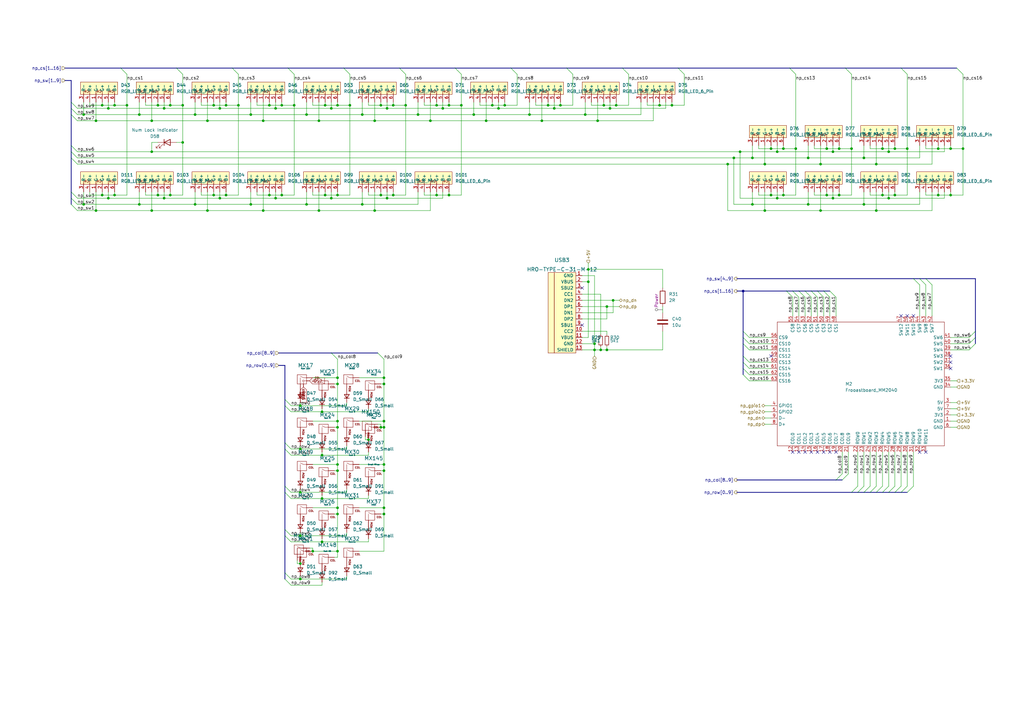
<source format=kicad_sch>
(kicad_sch (version 20230121) (generator eeschema)
  (paper "A3")
  (junction (at 349.25 60.96))
  (junction (at 138.43 193.04))
  (junction (at 336.55 86.36))
  (junction (at 179.07 43.18))
  (junction (at 201.93 43.18))
  (junction (at 132.08 186.69))
  (junction (at 153.67 49.53))
  (junction (at 243.84 143.51))
  (junction (at 132.08 168.91))
  (junction (at 97.79 43.18))
  (junction (at 44.45 81.28))
  (junction (at 318.77 62.23))
  (junction (at 300.99 64.77))
  (junction (at 156.21 80.01))
  (junction (at 92.71 80.01))
  (junction (at 364.49 81.28))
  (junction (at 153.67 86.36))
  (junction (at 87.63 80.01))
  (junction (at 344.17 60.96))
  (junction (at 92.71 43.18))
  (junction (at 123.19 166.37))
  (junction (at 194.31 46.99))
  (junction (at 252.73 43.18))
  (junction (at 157.48 190.5))
  (junction (at 316.23 80.01))
  (junction (at 130.81 49.53))
  (junction (at 367.03 60.96))
  (junction (at 318.77 81.28))
  (junction (at 57.15 83.82))
  (junction (at 157.48 154.94))
  (junction (at 133.35 43.18))
  (junction (at 270.51 43.18))
  (junction (at 326.39 60.96))
  (junction (at 166.37 43.18))
  (junction (at 34.29 83.82))
  (junction (at 367.03 80.01))
  (junction (at 241.3 115.57))
  (junction (at 39.37 86.36))
  (junction (at 138.43 210.82))
  (junction (at 41.91 80.01))
  (junction (at 46.99 80.01))
  (junction (at 115.57 80.01))
  (junction (at 341.63 81.28))
  (junction (at 251.46 123.19))
  (junction (at 138.43 190.5))
  (junction (at 138.43 157.48))
  (junction (at 248.92 143.51))
  (junction (at 394.97 60.96))
  (junction (at 181.61 44.45))
  (junction (at 125.73 83.82))
  (junction (at 41.91 43.18))
  (junction (at 184.15 80.01))
  (junction (at 359.41 86.36))
  (junction (at 303.53 62.23))
  (junction (at 135.89 81.28))
  (junction (at 130.81 86.36))
  (junction (at 248.92 125.73))
  (junction (at 148.59 83.82))
  (junction (at 361.95 80.01))
  (junction (at 207.01 43.18))
  (junction (at 80.01 46.99))
  (junction (at 138.43 80.01))
  (junction (at 227.33 44.45))
  (junction (at 204.47 44.45))
  (junction (at 138.43 43.18))
  (junction (at 138.43 208.28))
  (junction (at 62.23 49.53))
  (junction (at 240.03 46.99))
  (junction (at 364.49 62.23))
  (junction (at 156.21 175.26))
  (junction (at 123.19 237.49))
  (junction (at 57.15 46.99))
  (junction (at 102.87 83.82))
  (junction (at 102.87 46.99))
  (junction (at 69.85 43.18))
  (junction (at 331.47 83.82))
  (junction (at 179.07 80.01))
  (junction (at 133.35 80.01))
  (junction (at 384.81 60.96))
  (junction (at 156.21 43.18))
  (junction (at 354.33 64.77))
  (junction (at 308.61 64.77))
  (junction (at 389.89 80.01))
  (junction (at 46.99 43.18))
  (junction (at 229.87 43.18))
  (junction (at 125.73 46.99))
  (junction (at 90.17 44.45))
  (junction (at 316.23 60.96))
  (junction (at 304.8 119.38))
  (junction (at 189.23 43.18))
  (junction (at 336.55 67.31))
  (junction (at 138.43 154.94))
  (junction (at 138.43 226.06))
  (junction (at 143.51 43.18))
  (junction (at 157.48 157.48))
  (junction (at 138.43 172.72))
  (junction (at 298.45 67.31))
  (junction (at 158.75 44.45))
  (junction (at 90.17 81.28))
  (junction (at 158.75 81.28))
  (junction (at 74.93 58.42))
  (junction (at 341.63 62.23))
  (junction (at 120.65 43.18))
  (junction (at 44.45 44.45))
  (junction (at 115.57 43.18))
  (junction (at 331.47 64.77))
  (junction (at 217.17 46.99))
  (junction (at 157.48 172.72))
  (junction (at 241.3 110.49))
  (junction (at 85.09 49.53))
  (junction (at 151.13 180.34))
  (junction (at 123.19 184.15))
  (junction (at 157.48 175.26))
  (junction (at 250.19 44.45))
  (junction (at 138.43 175.26))
  (junction (at 313.69 67.31))
  (junction (at 247.65 43.18))
  (junction (at 161.29 80.01))
  (junction (at 161.29 43.18))
  (junction (at 245.11 49.53))
  (junction (at 123.19 231.14))
  (junction (at 132.08 222.25))
  (junction (at 372.11 60.96))
  (junction (at 176.53 49.53))
  (junction (at 275.59 43.18))
  (junction (at 74.93 43.18))
  (junction (at 52.07 43.18))
  (junction (at 64.77 43.18))
  (junction (at 85.09 86.36))
  (junction (at 110.49 43.18))
  (junction (at 339.09 80.01))
  (junction (at 354.33 83.82))
  (junction (at 113.03 81.28))
  (junction (at 123.19 219.71))
  (junction (at 135.89 44.45))
  (junction (at 339.09 60.96))
  (junction (at 157.48 208.28))
  (junction (at 384.81 80.01))
  (junction (at 62.23 86.36))
  (junction (at 148.59 46.99))
  (junction (at 123.19 201.93))
  (junction (at 80.01 83.82))
  (junction (at 113.03 44.45))
  (junction (at 389.89 60.96))
  (junction (at 132.08 204.47))
  (junction (at 321.31 80.01))
  (junction (at 39.37 49.53))
  (junction (at 184.15 43.18))
  (junction (at 69.85 80.01))
  (junction (at 157.48 193.04))
  (junction (at 246.38 143.51))
  (junction (at 313.69 86.36))
  (junction (at 199.39 49.53))
  (junction (at 171.45 46.99))
  (junction (at 62.23 62.23))
  (junction (at 344.17 80.01))
  (junction (at 110.49 80.01))
  (junction (at 243.84 140.97))
  (junction (at 222.25 49.53))
  (junction (at 107.95 49.53))
  (junction (at 67.31 81.28))
  (junction (at 157.48 210.82))
  (junction (at 64.77 80.01))
  (junction (at 359.41 67.31))
  (junction (at 224.79 43.18))
  (junction (at 107.95 86.36))
  (junction (at 128.27 226.06))
  (junction (at 87.63 43.18))
  (junction (at 361.95 60.96))
  (junction (at 321.31 60.96))
  (junction (at 308.61 83.82))
  (junction (at 67.31 44.45))
  (junction (at 34.29 46.99))
  (no_connect (at 238.76 118.11))
  (no_connect (at 335.28 185.42))
  (no_connect (at 238.76 133.35))
  (no_connect (at 342.9 185.42))
  (no_connect (at 369.57 129.54))
  (no_connect (at 372.11 129.54))
  (no_connect (at 327.66 185.42))
  (no_connect (at 330.2 185.42))
  (no_connect (at 379.73 185.42))
  (no_connect (at 389.89 151.13))
  (no_connect (at 374.65 129.54))
  (no_connect (at 332.74 185.42))
  (no_connect (at 325.12 185.42))
  (no_connect (at 389.89 148.59))
  (no_connect (at 389.89 146.05))
  (no_connect (at 316.23 146.05))
  (no_connect (at 340.36 185.42))
  (no_connect (at 337.82 185.42))
  (no_connect (at 377.19 185.42))
  (bus_entry (at 135.89 144.78) (size 2.54 2.54))
  (bus_entry (at 29.21 44.45) (size 2.54 2.54))
  (bus_entry (at 361.95 201.93) (size 2.54 -2.54))
  (bus_entry (at 29.21 81.28) (size 2.54 2.54))
  (bus_entry (at 140.97 27.94) (size 2.54 2.54))
  (bus_entry (at 186.69 27.94) (size 2.54 2.54))
  (bus_entry (at 29.21 83.82) (size 2.54 2.54))
  (bus_entry (at 369.57 201.93) (size 2.54 -2.54))
  (bus_entry (at 335.28 119.38) (size 2.54 2.54))
  (bus_entry (at 29.21 64.77) (size 2.54 2.54))
  (bus_entry (at 116.84 237.49) (size 2.54 2.54))
  (bus_entry (at 116.84 181.61) (size 2.54 2.54))
  (bus_entry (at 209.55 27.94) (size 2.54 2.54))
  (bus_entry (at 400.05 140.97) (size -2.54 2.54))
  (bus_entry (at 304.8 135.89) (size 2.54 2.54))
  (bus_entry (at 400.05 138.43) (size -2.54 2.54))
  (bus_entry (at 29.21 41.91) (size 2.54 2.54))
  (bus_entry (at 116.84 184.15) (size 2.54 2.54))
  (bus_entry (at 400.05 135.89) (size -2.54 2.54))
  (bus_entry (at 95.25 27.94) (size 2.54 2.54))
  (bus_entry (at 367.03 201.93) (size 2.54 -2.54))
  (bus_entry (at 337.82 119.38) (size 2.54 2.54))
  (bus_entry (at 29.21 59.69) (size 2.54 2.54))
  (bus_entry (at 116.84 201.93) (size 2.54 2.54))
  (bus_entry (at 322.58 119.38) (size 2.54 2.54))
  (bus_entry (at 304.8 146.05) (size 2.54 2.54))
  (bus_entry (at 377.19 114.3) (size 2.54 2.54))
  (bus_entry (at 304.8 153.67) (size 2.54 2.54))
  (bus_entry (at 29.21 62.23) (size 2.54 2.54))
  (bus_entry (at 330.2 119.38) (size 2.54 2.54))
  (bus_entry (at 340.36 119.38) (size 2.54 2.54))
  (bus_entry (at 364.49 201.93) (size 2.54 -2.54))
  (bus_entry (at 392.43 27.94) (size 2.54 2.54))
  (bus_entry (at 29.21 78.74) (size 2.54 2.54))
  (bus_entry (at 116.84 234.95) (size 2.54 2.54))
  (bus_entry (at 354.33 201.93) (size 2.54 -2.54))
  (bus_entry (at 118.11 27.94) (size 2.54 2.54))
  (bus_entry (at 345.44 196.85) (size 2.54 -2.54))
  (bus_entry (at 325.12 119.38) (size 2.54 2.54))
  (bus_entry (at 116.84 199.39) (size 2.54 2.54))
  (bus_entry (at 255.27 27.94) (size 2.54 2.54))
  (bus_entry (at 116.84 219.71) (size 2.54 2.54))
  (bus_entry (at 304.8 148.59) (size 2.54 2.54))
  (bus_entry (at 332.74 119.38) (size 2.54 2.54))
  (bus_entry (at 351.79 201.93) (size 2.54 -2.54))
  (bus_entry (at 342.9 196.85) (size 2.54 -2.54))
  (bus_entry (at 346.71 27.94) (size 2.54 2.54))
  (bus_entry (at 323.85 27.94) (size 2.54 2.54))
  (bus_entry (at 374.65 114.3) (size 2.54 2.54))
  (bus_entry (at 369.57 27.94) (size 2.54 2.54))
  (bus_entry (at 154.94 144.78) (size 2.54 2.54))
  (bus_entry (at 72.39 27.94) (size 2.54 2.54))
  (bus_entry (at 232.41 27.94) (size 2.54 2.54))
  (bus_entry (at 116.84 163.83) (size 2.54 2.54))
  (bus_entry (at 356.87 201.93) (size 2.54 -2.54))
  (bus_entry (at 163.83 27.94) (size 2.54 2.54))
  (bus_entry (at 372.11 201.93) (size 2.54 -2.54))
  (bus_entry (at 304.8 138.43) (size 2.54 2.54))
  (bus_entry (at 304.8 140.97) (size 2.54 2.54))
  (bus_entry (at 278.13 27.94) (size 2.54 2.54))
  (bus_entry (at 359.41 201.93) (size 2.54 -2.54))
  (bus_entry (at 116.84 166.37) (size 2.54 2.54))
  (bus_entry (at 349.25 201.93) (size 2.54 -2.54))
  (bus_entry (at 327.66 119.38) (size 2.54 2.54))
  (bus_entry (at 29.21 46.99) (size 2.54 2.54))
  (bus_entry (at 49.53 27.94) (size 2.54 2.54))
  (bus_entry (at 379.73 114.3) (size 2.54 2.54))
  (bus_entry (at 304.8 151.13) (size 2.54 2.54))
  (bus_entry (at 116.84 217.17) (size 2.54 2.54))
  (wire (pts (xy 130.81 86.36) (xy 130.81 78.74)))
  (wire (pts (xy 271.78 110.49) (xy 271.78 118.11)))
  (wire (pts (xy 149.86 179.07) (xy 149.86 180.34)))
  (wire (pts (xy 149.86 180.34) (xy 151.13 180.34)))
  (wire (pts (xy 107.95 86.36) (xy 130.81 86.36)))
  (wire (pts (xy 123.19 219.71) (xy 142.24 219.71)))
  (wire (pts (xy 39.37 49.53) (xy 62.23 49.53)))
  (bus (pts (xy 140.97 27.94) (xy 163.83 27.94)))
  (wire (pts (xy 138.43 175.26) (xy 138.43 190.5)))
  (wire (pts (xy 321.31 78.74) (xy 321.31 80.01)))
  (wire (pts (xy 389.89 158.75) (xy 392.43 158.75)))
  (wire (pts (xy 318.77 81.28) (xy 341.63 81.28)))
  (wire (pts (xy 303.53 62.23) (xy 318.77 62.23)))
  (wire (pts (xy 125.73 83.82) (xy 125.73 78.74)))
  (bus (pts (xy 302.26 119.38) (xy 304.8 119.38)))
  (wire (pts (xy 113.03 81.28) (xy 135.89 81.28)))
  (wire (pts (xy 330.2 121.92) (xy 330.2 129.54)))
  (wire (pts (xy 64.77 58.42) (xy 62.23 58.42)))
  (wire (pts (xy 62.23 58.42) (xy 62.23 62.23)))
  (wire (pts (xy 113.03 44.45) (xy 113.03 41.91)))
  (wire (pts (xy 359.41 67.31) (xy 382.27 67.31)))
  (wire (pts (xy 313.69 173.99) (xy 316.23 173.99)))
  (wire (pts (xy 267.97 49.53) (xy 267.97 41.91)))
  (wire (pts (xy 247.65 43.18) (xy 242.57 43.18)))
  (wire (pts (xy 157.48 208.28) (xy 157.48 210.82)))
  (wire (pts (xy 389.89 172.72) (xy 392.43 172.72)))
  (bus (pts (xy 116.84 217.17) (xy 116.84 219.71)))
  (wire (pts (xy 389.89 167.64) (xy 392.43 167.64)))
  (wire (pts (xy 69.85 80.01) (xy 64.77 80.01)))
  (wire (pts (xy 57.15 46.99) (xy 57.15 41.91)))
  (wire (pts (xy 238.76 115.57) (xy 241.3 115.57)))
  (wire (pts (xy 318.77 81.28) (xy 303.53 81.28)))
  (wire (pts (xy 151.13 220.98) (xy 151.13 222.25)))
  (wire (pts (xy 311.15 59.69) (xy 311.15 60.96)))
  (wire (pts (xy 384.81 60.96) (xy 379.73 60.96)))
  (wire (pts (xy 241.3 110.49) (xy 271.78 110.49)))
  (wire (pts (xy 138.43 190.5) (xy 138.43 193.04)))
  (wire (pts (xy 85.09 86.36) (xy 85.09 78.74)))
  (wire (pts (xy 308.61 78.74) (xy 308.61 83.82)))
  (wire (pts (xy 123.19 184.15) (xy 142.24 184.15)))
  (wire (pts (xy 148.59 46.99) (xy 171.45 46.99)))
  (wire (pts (xy 62.23 49.53) (xy 85.09 49.53)))
  (wire (pts (xy 252.73 41.91) (xy 252.73 43.18)))
  (wire (pts (xy 80.01 83.82) (xy 80.01 78.74)))
  (bus (pts (xy 29.21 62.23) (xy 29.21 64.77)))
  (wire (pts (xy 31.75 81.28) (xy 44.45 81.28)))
  (wire (pts (xy 339.09 59.69) (xy 339.09 60.96)))
  (wire (pts (xy 238.76 125.73) (xy 248.92 125.73)))
  (wire (pts (xy 157.48 154.94) (xy 157.48 157.48)))
  (bus (pts (xy 116.84 166.37) (xy 116.84 181.61)))
  (wire (pts (xy 384.81 80.01) (xy 379.73 80.01)))
  (wire (pts (xy 123.19 165.1) (xy 123.19 166.37)))
  (wire (pts (xy 156.21 175.26) (xy 157.48 175.26)))
  (wire (pts (xy 154.94 173.99) (xy 156.21 173.99)))
  (bus (pts (xy 114.3 144.78) (xy 135.89 144.78)))
  (wire (pts (xy 367.03 80.01) (xy 372.11 80.01)))
  (bus (pts (xy 327.66 119.38) (xy 330.2 119.38)))
  (wire (pts (xy 92.71 41.91) (xy 92.71 43.18)))
  (wire (pts (xy 115.57 78.74) (xy 115.57 80.01)))
  (wire (pts (xy 31.75 83.82) (xy 34.29 83.82)))
  (wire (pts (xy 351.79 185.42) (xy 351.79 199.39)))
  (wire (pts (xy 128.27 190.5) (xy 138.43 190.5)))
  (wire (pts (xy 364.49 185.42) (xy 364.49 199.39)))
  (wire (pts (xy 313.69 67.31) (xy 336.55 67.31)))
  (wire (pts (xy 173.99 80.01) (xy 173.99 78.74)))
  (wire (pts (xy 372.11 60.96) (xy 372.11 80.01)))
  (bus (pts (xy 304.8 138.43) (xy 304.8 140.97)))
  (wire (pts (xy 123.19 182.88) (xy 123.19 184.15)))
  (bus (pts (xy 335.28 119.38) (xy 337.82 119.38)))
  (wire (pts (xy 119.38 204.47) (xy 132.08 204.47)))
  (wire (pts (xy 364.49 62.23) (xy 387.35 62.23)))
  (wire (pts (xy 389.89 170.18) (xy 392.43 170.18)))
  (bus (pts (xy 29.21 81.28) (xy 29.21 83.82)))
  (wire (pts (xy 39.37 86.36) (xy 39.37 78.74)))
  (wire (pts (xy 156.21 193.04) (xy 157.48 193.04)))
  (wire (pts (xy 179.07 80.01) (xy 173.99 80.01)))
  (wire (pts (xy 135.89 81.28) (xy 158.75 81.28)))
  (wire (pts (xy 44.45 44.45) (xy 67.31 44.45)))
  (wire (pts (xy 245.11 49.53) (xy 267.97 49.53)))
  (bus (pts (xy 118.11 27.94) (xy 140.97 27.94)))
  (bus (pts (xy 323.85 27.94) (xy 346.71 27.94)))
  (wire (pts (xy 356.87 185.42) (xy 356.87 199.39)))
  (wire (pts (xy 336.55 86.36) (xy 359.41 86.36)))
  (wire (pts (xy 151.13 186.69) (xy 132.08 186.69)))
  (wire (pts (xy 336.55 78.74) (xy 336.55 86.36)))
  (wire (pts (xy 105.41 43.18) (xy 105.41 41.91)))
  (wire (pts (xy 69.85 78.74) (xy 69.85 80.01)))
  (wire (pts (xy 270.51 43.18) (xy 270.51 41.91)))
  (wire (pts (xy 119.38 168.91) (xy 132.08 168.91)))
  (wire (pts (xy 201.93 43.18) (xy 201.93 41.91)))
  (wire (pts (xy 44.45 81.28) (xy 67.31 81.28)))
  (bus (pts (xy 29.21 78.74) (xy 29.21 81.28)))
  (wire (pts (xy 321.31 59.69) (xy 321.31 60.96)))
  (wire (pts (xy 69.85 43.18) (xy 64.77 43.18)))
  (wire (pts (xy 166.37 30.48) (xy 166.37 43.18)))
  (wire (pts (xy 34.29 83.82) (xy 34.29 78.74)))
  (wire (pts (xy 138.43 172.72) (xy 138.43 175.26)))
  (wire (pts (xy 113.03 44.45) (xy 135.89 44.45)))
  (wire (pts (xy 227.33 44.45) (xy 250.19 44.45)))
  (wire (pts (xy 342.9 121.92) (xy 342.9 129.54)))
  (wire (pts (xy 321.31 60.96) (xy 316.23 60.96)))
  (wire (pts (xy 110.49 43.18) (xy 105.41 43.18)))
  (wire (pts (xy 307.34 143.51) (xy 316.23 143.51)))
  (wire (pts (xy 369.57 185.42) (xy 369.57 199.39)))
  (wire (pts (xy 135.89 81.28) (xy 135.89 78.74)))
  (wire (pts (xy 313.69 86.36) (xy 298.45 86.36)))
  (wire (pts (xy 243.84 143.51) (xy 243.84 140.97)))
  (wire (pts (xy 184.15 80.01) (xy 189.23 80.01)))
  (wire (pts (xy 132.08 238.76) (xy 132.08 240.03)))
  (wire (pts (xy 82.55 80.01) (xy 82.55 78.74)))
  (bus (pts (xy 26.67 33.02) (xy 29.21 33.02)))
  (wire (pts (xy 361.95 78.74) (xy 361.95 80.01)))
  (wire (pts (xy 318.77 59.69) (xy 318.77 62.23)))
  (wire (pts (xy 318.77 78.74) (xy 318.77 81.28)))
  (wire (pts (xy 123.19 218.44) (xy 123.19 219.71)))
  (wire (pts (xy 331.47 83.82) (xy 354.33 83.82)))
  (wire (pts (xy 113.03 81.28) (xy 113.03 78.74)))
  (wire (pts (xy 336.55 59.69) (xy 336.55 67.31)))
  (bus (pts (xy 330.2 119.38) (xy 332.74 119.38)))
  (wire (pts (xy 147.32 208.28) (xy 157.48 208.28)))
  (bus (pts (xy 304.8 119.38) (xy 304.8 135.89)))
  (wire (pts (xy 349.25 30.48) (xy 349.25 60.96)))
  (bus (pts (xy 95.25 27.94) (xy 118.11 27.94)))
  (wire (pts (xy 85.09 49.53) (xy 107.95 49.53)))
  (wire (pts (xy 31.75 64.77) (xy 300.99 64.77)))
  (wire (pts (xy 138.43 157.48) (xy 138.43 172.72)))
  (wire (pts (xy 265.43 43.18) (xy 265.43 41.91)))
  (wire (pts (xy 171.45 83.82) (xy 171.45 78.74)))
  (wire (pts (xy 62.23 86.36) (xy 62.23 78.74)))
  (wire (pts (xy 318.77 62.23) (xy 341.63 62.23)))
  (wire (pts (xy 394.97 60.96) (xy 394.97 80.01)))
  (wire (pts (xy 199.39 49.53) (xy 222.25 49.53)))
  (wire (pts (xy 102.87 46.99) (xy 125.73 46.99)))
  (wire (pts (xy 262.89 46.99) (xy 262.89 41.91)))
  (wire (pts (xy 138.43 154.94) (xy 138.43 157.48)))
  (wire (pts (xy 107.95 49.53) (xy 130.81 49.53)))
  (wire (pts (xy 133.35 43.18) (xy 133.35 41.91)))
  (wire (pts (xy 313.69 166.37) (xy 316.23 166.37)))
  (wire (pts (xy 36.83 80.01) (xy 36.83 78.74)))
  (wire (pts (xy 148.59 46.99) (xy 148.59 41.91)))
  (wire (pts (xy 97.79 43.18) (xy 97.79 80.01)))
  (wire (pts (xy 119.38 186.69) (xy 132.08 186.69)))
  (wire (pts (xy 344.17 80.01) (xy 339.09 80.01)))
  (wire (pts (xy 241.3 115.57) (xy 241.3 138.43)))
  (wire (pts (xy 308.61 59.69) (xy 308.61 64.77)))
  (wire (pts (xy 119.38 184.15) (xy 123.19 184.15)))
  (bus (pts (xy 377.19 114.3) (xy 379.73 114.3)))
  (bus (pts (xy 302.26 201.93) (xy 349.25 201.93)))
  (wire (pts (xy 313.69 59.69) (xy 313.69 67.31)))
  (wire (pts (xy 184.15 43.18) (xy 189.23 43.18)))
  (wire (pts (xy 341.63 62.23) (xy 364.49 62.23)))
  (wire (pts (xy 87.63 43.18) (xy 82.55 43.18)))
  (bus (pts (xy 367.03 201.93) (xy 369.57 201.93)))
  (wire (pts (xy 344.17 59.69) (xy 344.17 60.96)))
  (wire (pts (xy 142.24 182.88) (xy 142.24 184.15)))
  (wire (pts (xy 196.85 43.18) (xy 196.85 41.91)))
  (wire (pts (xy 156.21 80.01) (xy 156.21 78.74)))
  (bus (pts (xy 49.53 27.94) (xy 72.39 27.94)))
  (bus (pts (xy 116.84 149.86) (xy 116.84 163.83)))
  (bus (pts (xy 29.21 46.99) (xy 29.21 59.69)))
  (wire (pts (xy 240.03 46.99) (xy 262.89 46.99)))
  (wire (pts (xy 379.73 116.84) (xy 379.73 129.54)))
  (wire (pts (xy 74.93 58.42) (xy 74.93 80.01)))
  (wire (pts (xy 384.81 78.74) (xy 384.81 80.01)))
  (wire (pts (xy 138.43 147.32) (xy 138.43 154.94)))
  (wire (pts (xy 143.51 43.18) (xy 143.51 80.01)))
  (wire (pts (xy 128.27 208.28) (xy 138.43 208.28)))
  (wire (pts (xy 246.38 143.51) (xy 243.84 143.51)))
  (bus (pts (xy 72.39 27.94) (xy 95.25 27.94)))
  (wire (pts (xy 130.81 49.53) (xy 130.81 41.91)))
  (wire (pts (xy 158.75 81.28) (xy 181.61 81.28)))
  (bus (pts (xy 304.8 135.89) (xy 304.8 138.43)))
  (wire (pts (xy 67.31 44.45) (xy 67.31 41.91)))
  (wire (pts (xy 382.27 116.84) (xy 382.27 129.54)))
  (wire (pts (xy 367.03 78.74) (xy 367.03 80.01)))
  (wire (pts (xy 248.92 143.51) (xy 246.38 143.51)))
  (wire (pts (xy 80.01 46.99) (xy 80.01 41.91)))
  (wire (pts (xy 248.92 130.81) (xy 248.92 125.73)))
  (wire (pts (xy 157.48 190.5) (xy 157.48 193.04)))
  (wire (pts (xy 119.38 237.49) (xy 123.19 237.49)))
  (wire (pts (xy 341.63 59.69) (xy 341.63 62.23)))
  (wire (pts (xy 384.81 59.69) (xy 384.81 60.96)))
  (wire (pts (xy 313.69 168.91) (xy 316.23 168.91)))
  (wire (pts (xy 128.27 43.18) (xy 128.27 41.91)))
  (wire (pts (xy 157.48 147.32) (xy 157.48 154.94)))
  (wire (pts (xy 133.35 80.01) (xy 128.27 80.01)))
  (wire (pts (xy 92.71 80.01) (xy 87.63 80.01)))
  (wire (pts (xy 224.79 43.18) (xy 219.71 43.18)))
  (wire (pts (xy 123.19 201.93) (xy 142.24 201.93)))
  (wire (pts (xy 347.98 185.42) (xy 347.98 194.31)))
  (wire (pts (xy 123.19 166.37) (xy 142.24 166.37)))
  (wire (pts (xy 161.29 41.91) (xy 161.29 43.18)))
  (wire (pts (xy 184.15 80.01) (xy 179.07 80.01)))
  (wire (pts (xy 151.13 167.64) (xy 151.13 168.91)))
  (wire (pts (xy 361.95 80.01) (xy 356.87 80.01)))
  (wire (pts (xy 247.65 43.18) (xy 247.65 41.91)))
  (wire (pts (xy 184.15 43.18) (xy 179.07 43.18)))
  (wire (pts (xy 307.34 153.67) (xy 316.23 153.67)))
  (wire (pts (xy 217.17 46.99) (xy 240.03 46.99)))
  (wire (pts (xy 252.73 43.18) (xy 247.65 43.18)))
  (wire (pts (xy 133.35 80.01) (xy 133.35 78.74)))
  (wire (pts (xy 87.63 43.18) (xy 87.63 41.91)))
  (wire (pts (xy 332.74 121.92) (xy 332.74 129.54)))
  (wire (pts (xy 248.92 142.24) (xy 248.92 143.51)))
  (bus (pts (xy 114.3 149.86) (xy 116.84 149.86)))
  (wire (pts (xy 313.69 86.36) (xy 336.55 86.36)))
  (wire (pts (xy 142.24 200.66) (xy 142.24 201.93)))
  (wire (pts (xy 300.99 83.82) (xy 300.99 64.77)))
  (wire (pts (xy 41.91 43.18) (xy 41.91 41.91)))
  (bus (pts (xy 361.95 201.93) (xy 364.49 201.93)))
  (wire (pts (xy 372.11 30.48) (xy 372.11 60.96)))
  (wire (pts (xy 316.23 78.74) (xy 316.23 80.01)))
  (wire (pts (xy 67.31 81.28) (xy 67.31 78.74)))
  (wire (pts (xy 238.76 128.27) (xy 251.46 128.27)))
  (wire (pts (xy 354.33 83.82) (xy 377.19 83.82)))
  (wire (pts (xy 157.48 193.04) (xy 157.48 208.28)))
  (wire (pts (xy 120.65 80.01) (xy 115.57 80.01)))
  (wire (pts (xy 123.19 236.22) (xy 123.19 237.49)))
  (bus (pts (xy 346.71 27.94) (xy 369.57 27.94)))
  (wire (pts (xy 121.92 229.87) (xy 121.92 231.14)))
  (wire (pts (xy 389.89 59.69) (xy 389.89 60.96)))
  (wire (pts (xy 184.15 78.74) (xy 184.15 80.01)))
  (wire (pts (xy 87.63 80.01) (xy 87.63 78.74)))
  (wire (pts (xy 157.48 175.26) (xy 157.48 190.5)))
  (wire (pts (xy 158.75 44.45) (xy 181.61 44.45)))
  (wire (pts (xy 120.65 43.18) (xy 120.65 80.01)))
  (wire (pts (xy 327.66 121.92) (xy 327.66 129.54)))
  (wire (pts (xy 252.73 43.18) (xy 257.81 43.18)))
  (wire (pts (xy 161.29 80.01) (xy 166.37 80.01)))
  (wire (pts (xy 62.23 86.36) (xy 85.09 86.36)))
  (bus (pts (xy 232.41 27.94) (xy 255.27 27.94)))
  (wire (pts (xy 158.75 81.28) (xy 158.75 78.74)))
  (wire (pts (xy 354.33 64.77) (xy 377.19 64.77)))
  (wire (pts (xy 92.71 43.18) (xy 97.79 43.18)))
  (wire (pts (xy 132.08 220.98) (xy 132.08 222.25)))
  (wire (pts (xy 52.07 30.48) (xy 52.07 43.18)))
  (wire (pts (xy 354.33 78.74) (xy 354.33 83.82)))
  (wire (pts (xy 219.71 43.18) (xy 219.71 41.91)))
  (wire (pts (xy 161.29 43.18) (xy 166.37 43.18)))
  (wire (pts (xy 123.19 237.49) (xy 142.24 237.49)))
  (wire (pts (xy 128.27 154.94) (xy 138.43 154.94)))
  (wire (pts (xy 345.44 185.42) (xy 345.44 194.31)))
  (wire (pts (xy 156.21 43.18) (xy 151.13 43.18)))
  (wire (pts (xy 201.93 43.18) (xy 196.85 43.18)))
  (bus (pts (xy 304.8 146.05) (xy 304.8 148.59)))
  (wire (pts (xy 341.63 78.74) (xy 341.63 81.28)))
  (wire (pts (xy 336.55 67.31) (xy 359.41 67.31)))
  (wire (pts (xy 36.83 43.18) (xy 36.83 41.91)))
  (wire (pts (xy 156.21 43.18) (xy 156.21 41.91)))
  (wire (pts (xy 138.43 43.18) (xy 133.35 43.18)))
  (wire (pts (xy 387.35 59.69) (xy 387.35 62.23)))
  (wire (pts (xy 151.13 43.18) (xy 151.13 41.91)))
  (wire (pts (xy 354.33 185.42) (xy 354.33 199.39)))
  (wire (pts (xy 308.61 64.77) (xy 331.47 64.77)))
  (bus (pts (xy 354.33 201.93) (xy 356.87 201.93)))
  (wire (pts (xy 217.17 46.99) (xy 217.17 41.91)))
  (wire (pts (xy 331.47 64.77) (xy 354.33 64.77)))
  (wire (pts (xy 137.16 193.04) (xy 138.43 193.04)))
  (bus (pts (xy 255.27 27.94) (xy 278.13 27.94)))
  (wire (pts (xy 238.76 140.97) (xy 243.84 140.97)))
  (wire (pts (xy 184.15 41.91) (xy 184.15 43.18)))
  (bus (pts (xy 322.58 119.38) (xy 325.12 119.38)))
  (wire (pts (xy 147.32 226.06) (xy 157.48 226.06)))
  (wire (pts (xy 248.92 135.89) (xy 248.92 137.16)))
  (wire (pts (xy 331.47 78.74) (xy 331.47 83.82)))
  (wire (pts (xy 339.09 60.96) (xy 334.01 60.96)))
  (wire (pts (xy 161.29 80.01) (xy 156.21 80.01)))
  (wire (pts (xy 321.31 80.01) (xy 316.23 80.01)))
  (wire (pts (xy 313.69 171.45) (xy 316.23 171.45)))
  (wire (pts (xy 382.27 59.69) (xy 382.27 67.31)))
  (wire (pts (xy 356.87 78.74) (xy 356.87 80.01)))
  (wire (pts (xy 80.01 83.82) (xy 102.87 83.82)))
  (wire (pts (xy 229.87 41.91) (xy 229.87 43.18)))
  (wire (pts (xy 238.76 143.51) (xy 243.84 143.51)))
  (bus (pts (xy 116.84 234.95) (xy 116.84 237.49)))
  (wire (pts (xy 64.77 80.01) (xy 64.77 78.74)))
  (wire (pts (xy 349.25 60.96) (xy 349.25 80.01)))
  (wire (pts (xy 34.29 46.99) (xy 31.75 46.99)))
  (wire (pts (xy 147.32 190.5) (xy 157.48 190.5)))
  (wire (pts (xy 374.65 185.42) (xy 374.65 199.39)))
  (wire (pts (xy 307.34 156.21) (xy 316.23 156.21)))
  (wire (pts (xy 280.67 43.18) (xy 275.59 43.18)))
  (bus (pts (xy 29.21 59.69) (xy 29.21 62.23)))
  (wire (pts (xy 194.31 46.99) (xy 217.17 46.99)))
  (wire (pts (xy 31.75 62.23) (xy 62.23 62.23)))
  (wire (pts (xy 359.41 78.74) (xy 359.41 86.36)))
  (wire (pts (xy 119.38 166.37) (xy 123.19 166.37)))
  (wire (pts (xy 57.15 83.82) (xy 80.01 83.82)))
  (wire (pts (xy 39.37 86.36) (xy 62.23 86.36)))
  (wire (pts (xy 207.01 43.18) (xy 212.09 43.18)))
  (wire (pts (xy 121.92 231.14) (xy 123.19 231.14)))
  (wire (pts (xy 243.84 143.51) (xy 243.84 146.05)))
  (wire (pts (xy 316.23 60.96) (xy 311.15 60.96)))
  (wire (pts (xy 361.95 59.69) (xy 361.95 60.96)))
  (wire (pts (xy 246.38 142.24) (xy 246.38 143.51)))
  (bus (pts (xy 351.79 201.93) (xy 354.33 201.93)))
  (wire (pts (xy 307.34 138.43) (xy 316.23 138.43)))
  (wire (pts (xy 245.11 49.53) (xy 245.11 41.91)))
  (wire (pts (xy 300.99 64.77) (xy 308.61 64.77)))
  (wire (pts (xy 176.53 49.53) (xy 199.39 49.53)))
  (wire (pts (xy 34.29 83.82) (xy 57.15 83.82)))
  (wire (pts (xy 128.27 172.72) (xy 138.43 172.72)))
  (wire (pts (xy 142.24 165.1) (xy 142.24 166.37)))
  (wire (pts (xy 379.73 78.74) (xy 379.73 80.01)))
  (wire (pts (xy 153.67 86.36) (xy 176.53 86.36)))
  (wire (pts (xy 138.43 208.28) (xy 138.43 210.82)))
  (wire (pts (xy 387.35 78.74) (xy 387.35 81.28)))
  (wire (pts (xy 64.77 80.01) (xy 59.69 80.01)))
  (wire (pts (xy 379.73 59.69) (xy 379.73 60.96)))
  (wire (pts (xy 367.03 185.42) (xy 367.03 199.39)))
  (wire (pts (xy 151.13 204.47) (xy 132.08 204.47)))
  (wire (pts (xy 161.29 43.18) (xy 156.21 43.18)))
  (wire (pts (xy 41.91 43.18) (xy 36.83 43.18)))
  (wire (pts (xy 246.38 120.65) (xy 246.38 137.16)))
  (wire (pts (xy 339.09 80.01) (xy 334.01 80.01)))
  (wire (pts (xy 204.47 44.45) (xy 204.47 41.91)))
  (wire (pts (xy 46.99 43.18) (xy 52.07 43.18)))
  (wire (pts (xy 189.23 30.48) (xy 189.23 43.18)))
  (wire (pts (xy 316.23 80.01) (xy 311.15 80.01)))
  (wire (pts (xy 44.45 44.45) (xy 31.75 44.45)))
  (bus (pts (xy 400.05 135.89) (xy 400.05 138.43)))
  (wire (pts (xy 389.89 138.43) (xy 397.51 138.43)))
  (wire (pts (xy 69.85 80.01) (xy 74.93 80.01)))
  (bus (pts (xy 304.8 148.59) (xy 304.8 151.13)))
  (wire (pts (xy 46.99 43.18) (xy 41.91 43.18)))
  (wire (pts (xy 130.81 86.36) (xy 153.67 86.36)))
  (wire (pts (xy 238.76 130.81) (xy 248.92 130.81)))
  (wire (pts (xy 142.24 236.22) (xy 142.24 237.49)))
  (wire (pts (xy 110.49 43.18) (xy 110.49 41.91)))
  (wire (pts (xy 151.13 222.25) (xy 132.08 222.25)))
  (wire (pts (xy 46.99 41.91) (xy 46.99 43.18)))
  (wire (pts (xy 80.01 46.99) (xy 102.87 46.99)))
  (wire (pts (xy 361.95 185.42) (xy 361.95 199.39)))
  (wire (pts (xy 189.23 80.01) (xy 189.23 43.18)))
  (wire (pts (xy 64.77 43.18) (xy 64.77 41.91)))
  (bus (pts (xy 359.41 201.93) (xy 361.95 201.93)))
  (wire (pts (xy 158.75 44.45) (xy 158.75 41.91)))
  (wire (pts (xy 132.08 203.2) (xy 132.08 204.47)))
  (wire (pts (xy 57.15 83.82) (xy 57.15 78.74)))
  (wire (pts (xy 377.19 78.74) (xy 377.19 83.82)))
  (wire (pts (xy 92.71 78.74) (xy 92.71 80.01)))
  (wire (pts (xy 389.89 143.51) (xy 397.51 143.51)))
  (wire (pts (xy 238.76 135.89) (xy 248.92 135.89)))
  (wire (pts (xy 138.43 210.82) (xy 138.43 226.06)))
  (wire (pts (xy 69.85 41.91) (xy 69.85 43.18)))
  (wire (pts (xy 128.27 80.01) (xy 128.27 78.74)))
  (wire (pts (xy 142.24 218.44) (xy 142.24 219.71)))
  (wire (pts (xy 270.51 43.18) (xy 265.43 43.18)))
  (wire (pts (xy 307.34 140.97) (xy 316.23 140.97)))
  (wire (pts (xy 105.41 80.01) (xy 105.41 78.74)))
  (wire (pts (xy 148.59 83.82) (xy 171.45 83.82)))
  (wire (pts (xy 90.17 44.45) (xy 90.17 41.91)))
  (wire (pts (xy 59.69 80.01) (xy 59.69 78.74)))
  (wire (pts (xy 44.45 81.28) (xy 44.45 78.74)))
  (wire (pts (xy 344.17 60.96) (xy 339.09 60.96)))
  (wire (pts (xy 115.57 43.18) (xy 110.49 43.18)))
  (wire (pts (xy 344.17 80.01) (xy 349.25 80.01)))
  (wire (pts (xy 389.89 60.96) (xy 394.97 60.96)))
  (wire (pts (xy 227.33 44.45) (xy 227.33 41.91)))
  (wire (pts (xy 166.37 43.18) (xy 166.37 80.01)))
  (wire (pts (xy 151.13 168.91) (xy 132.08 168.91)))
  (bus (pts (xy 304.8 140.97) (xy 304.8 146.05)))
  (wire (pts (xy 367.03 60.96) (xy 361.95 60.96)))
  (wire (pts (xy 367.03 60.96) (xy 372.11 60.96)))
  (bus (pts (xy 116.84 219.71) (xy 116.84 234.95)))
  (wire (pts (xy 377.19 59.69) (xy 377.19 64.77)))
  (wire (pts (xy 85.09 86.36) (xy 107.95 86.36)))
  (wire (pts (xy 389.89 80.01) (xy 384.81 80.01)))
  (wire (pts (xy 110.49 80.01) (xy 110.49 78.74)))
  (wire (pts (xy 308.61 83.82) (xy 300.99 83.82)))
  (wire (pts (xy 242.57 43.18) (xy 242.57 41.91)))
  (bus (pts (xy 29.21 44.45) (xy 29.21 46.99)))
  (wire (pts (xy 344.17 60.96) (xy 349.25 60.96)))
  (bus (pts (xy 369.57 201.93) (xy 372.11 201.93)))
  (wire (pts (xy 326.39 60.96) (xy 326.39 80.01)))
  (wire (pts (xy 181.61 81.28) (xy 181.61 78.74)))
  (bus (pts (xy 304.8 119.38) (xy 322.58 119.38)))
  (wire (pts (xy 207.01 41.91) (xy 207.01 43.18)))
  (bus (pts (xy 325.12 119.38) (xy 327.66 119.38)))
  (wire (pts (xy 194.31 46.99) (xy 194.31 41.91)))
  (wire (pts (xy 339.09 78.74) (xy 339.09 80.01)))
  (wire (pts (xy 147.32 172.72) (xy 157.48 172.72)))
  (wire (pts (xy 119.38 240.03) (xy 132.08 240.03)))
  (wire (pts (xy 224.79 43.18) (xy 224.79 41.91)))
  (wire (pts (xy 173.99 43.18) (xy 173.99 41.91)))
  (wire (pts (xy 389.89 156.21) (xy 392.43 156.21)))
  (wire (pts (xy 273.05 44.45) (xy 273.05 41.91)))
  (wire (pts (xy 46.99 78.74) (xy 46.99 80.01)))
  (bus (pts (xy 332.74 119.38) (xy 335.28 119.38)))
  (wire (pts (xy 394.97 30.48) (xy 394.97 60.96)))
  (wire (pts (xy 90.17 81.28) (xy 113.03 81.28)))
  (wire (pts (xy 331.47 59.69) (xy 331.47 64.77)))
  (wire (pts (xy 229.87 43.18) (xy 234.95 43.18)))
  (wire (pts (xy 341.63 81.28) (xy 364.49 81.28)))
  (wire (pts (xy 389.89 165.1) (xy 392.43 165.1)))
  (wire (pts (xy 132.08 167.64) (xy 132.08 168.91)))
  (bus (pts (xy 29.21 41.91) (xy 29.21 44.45)))
  (wire (pts (xy 137.16 175.26) (xy 138.43 175.26)))
  (wire (pts (xy 138.43 80.01) (xy 143.51 80.01)))
  (wire (pts (xy 119.38 201.93) (xy 123.19 201.93)))
  (wire (pts (xy 334.01 59.69) (xy 334.01 60.96)))
  (wire (pts (xy 138.43 43.18) (xy 143.51 43.18)))
  (wire (pts (xy 271.78 135.89) (xy 271.78 143.51)))
  (wire (pts (xy 271.78 125.73) (xy 271.78 128.27)))
  (bus (pts (xy 116.84 181.61) (xy 116.84 184.15)))
  (wire (pts (xy 74.93 30.48) (xy 74.93 43.18)))
  (wire (pts (xy 326.39 30.48) (xy 326.39 60.96)))
  (wire (pts (xy 39.37 41.91) (xy 39.37 49.53)))
  (wire (pts (xy 107.95 49.53) (xy 107.95 41.91)))
  (wire (pts (xy 271.78 143.51) (xy 248.92 143.51)))
  (wire (pts (xy 251.46 123.19) (xy 254 123.19)))
  (wire (pts (xy 147.32 154.94) (xy 157.48 154.94)))
  (wire (pts (xy 243.84 113.03) (xy 243.84 140.97)))
  (wire (pts (xy 311.15 78.74) (xy 311.15 80.01)))
  (wire (pts (xy 389.89 78.74) (xy 389.89 80.01)))
  (wire (pts (xy 90.17 44.45) (xy 113.03 44.45)))
  (wire (pts (xy 115.57 43.18) (xy 120.65 43.18)))
  (wire (pts (xy 69.85 43.18) (xy 74.93 43.18)))
  (wire (pts (xy 321.31 60.96) (xy 326.39 60.96)))
  (wire (pts (xy 298.45 86.36) (xy 298.45 67.31)))
  (wire (pts (xy 344.17 78.74) (xy 344.17 80.01)))
  (bus (pts (xy 304.8 151.13) (xy 304.8 153.67)))
  (bus (pts (xy 302.26 114.3) (xy 374.65 114.3)))
  (wire (pts (xy 308.61 83.82) (xy 331.47 83.82)))
  (wire (pts (xy 377.19 116.84) (xy 377.19 129.54)))
  (wire (pts (xy 62.23 49.53) (xy 62.23 41.91)))
  (wire (pts (xy 34.29 46.99) (xy 57.15 46.99)))
  (wire (pts (xy 238.76 120.65) (xy 246.38 120.65)))
  (wire (pts (xy 181.61 44.45) (xy 181.61 41.91)))
  (wire (pts (xy 102.87 46.99) (xy 102.87 41.91)))
  (wire (pts (xy 171.45 46.99) (xy 194.31 46.99)))
  (wire (pts (xy 199.39 49.53) (xy 199.39 41.91)))
  (wire (pts (xy 128.27 224.79) (xy 128.27 226.06)))
  (wire (pts (xy 321.31 80.01) (xy 326.39 80.01)))
  (wire (pts (xy 157.48 172.72) (xy 157.48 175.26)))
  (wire (pts (xy 44.45 41.91) (xy 44.45 44.45)))
  (wire (pts (xy 153.67 49.53) (xy 153.67 41.91)))
  (wire (pts (xy 110.49 80.01) (xy 105.41 80.01)))
  (wire (pts (xy 367.03 59.69) (xy 367.03 60.96)))
  (wire (pts (xy 334.01 78.74) (xy 334.01 80.01)))
  (wire (pts (xy 171.45 46.99) (xy 171.45 41.91)))
  (wire (pts (xy 41.91 80.01) (xy 41.91 78.74)))
  (wire (pts (xy 241.3 107.95) (xy 241.3 110.49)))
  (wire (pts (xy 127 224.79) (xy 128.27 224.79)))
  (wire (pts (xy 82.55 43.18) (xy 82.55 41.91)))
  (wire (pts (xy 72.39 58.42) (xy 74.93 58.42)))
  (wire (pts (xy 107.95 86.36) (xy 107.95 78.74)))
  (wire (pts (xy 157.48 157.48) (xy 157.48 172.72)))
  (bus (pts (xy 364.49 201.93) (xy 367.03 201.93)))
  (wire (pts (xy 143.51 30.48) (xy 143.51 43.18)))
  (wire (pts (xy 123.19 200.66) (xy 123.19 201.93)))
  (wire (pts (xy 313.69 78.74) (xy 313.69 86.36)))
  (wire (pts (xy 307.34 148.59) (xy 316.23 148.59)))
  (wire (pts (xy 115.57 80.01) (xy 110.49 80.01)))
  (wire (pts (xy 132.08 185.42) (xy 132.08 186.69)))
  (wire (pts (xy 156.21 80.01) (xy 151.13 80.01)))
  (wire (pts (xy 389.89 140.97) (xy 397.51 140.97)))
  (wire (pts (xy 229.87 43.18) (xy 224.79 43.18)))
  (wire (pts (xy 222.25 49.53) (xy 245.11 49.53)))
  (bus (pts (xy 29.21 33.02) (xy 29.21 41.91)))
  (wire (pts (xy 59.69 43.18) (xy 59.69 41.91)))
  (wire (pts (xy 125.73 46.99) (xy 148.59 46.99)))
  (wire (pts (xy 119.38 219.71) (xy 123.19 219.71)))
  (wire (pts (xy 137.16 210.82) (xy 138.43 210.82)))
  (bus (pts (xy 342.9 196.85) (xy 345.44 196.85)))
  (wire (pts (xy 364.49 81.28) (xy 387.35 81.28)))
  (wire (pts (xy 212.09 30.48) (xy 212.09 43.18)))
  (wire (pts (xy 85.09 49.53) (xy 85.09 41.91)))
  (wire (pts (xy 148.59 83.82) (xy 148.59 78.74)))
  (bus (pts (xy 29.21 64.77) (xy 29.21 78.74)))
  (wire (pts (xy 280.67 30.48) (xy 280.67 43.18)))
  (bus (pts (xy 369.57 27.94) (xy 392.43 27.94)))
  (wire (pts (xy 359.41 86.36) (xy 382.27 86.36)))
  (bus (pts (xy 400.05 138.43) (xy 400.05 140.97)))
  (wire (pts (xy 31.75 67.31) (xy 298.45 67.31)))
  (wire (pts (xy 367.03 80.01) (xy 361.95 80.01)))
  (wire (pts (xy 135.89 44.45) (xy 158.75 44.45)))
  (wire (pts (xy 356.87 59.69) (xy 356.87 60.96)))
  (wire (pts (xy 359.41 59.69) (xy 359.41 67.31)))
  (wire (pts (xy 119.38 222.25) (xy 132.08 222.25)))
  (wire (pts (xy 138.43 193.04) (xy 138.43 208.28)))
  (wire (pts (xy 238.76 113.03) (xy 243.84 113.03)))
  (wire (pts (xy 115.57 41.91) (xy 115.57 43.18)))
  (wire (pts (xy 138.43 226.06) (xy 138.43 228.6)))
  (wire (pts (xy 251.46 128.27) (xy 251.46 123.19)))
  (wire (pts (xy 179.07 80.01) (xy 179.07 78.74)))
  (wire (pts (xy 340.36 121.92) (xy 340.36 129.54)))
  (wire (pts (xy 250.19 44.45) (xy 273.05 44.45)))
  (wire (pts (xy 120.65 30.48) (xy 120.65 43.18)))
  (wire (pts (xy 207.01 43.18) (xy 201.93 43.18)))
  (wire (pts (xy 240.03 46.99) (xy 240.03 41.91)))
  (wire (pts (xy 92.71 80.01) (xy 97.79 80.01)))
  (wire (pts (xy 361.95 60.96) (xy 356.87 60.96)))
  (wire (pts (xy 52.07 80.01) (xy 46.99 80.01)))
  (wire (pts (xy 335.28 121.92) (xy 335.28 129.54)))
  (wire (pts (xy 275.59 43.18) (xy 270.51 43.18)))
  (wire (pts (xy 364.49 59.69) (xy 364.49 62.23)))
  (bus (pts (xy 116.84 201.93) (xy 116.84 217.17)))
  (wire (pts (xy 90.17 81.28) (xy 90.17 78.74)))
  (bus (pts (xy 400.05 114.3) (xy 400.05 135.89)))
  (wire (pts (xy 153.67 49.53) (xy 176.53 49.53)))
  (wire (pts (xy 382.27 78.74) (xy 382.27 86.36)))
  (bus (pts (xy 374.65 114.3) (xy 377.19 114.3)))
  (wire (pts (xy 359.41 185.42) (xy 359.41 199.39)))
  (bus (pts (xy 186.69 27.94) (xy 209.55 27.94)))
  (wire (pts (xy 176.53 86.36) (xy 176.53 78.74)))
  (wire (pts (xy 389.89 175.26) (xy 392.43 175.26)))
  (wire (pts (xy 34.29 41.91) (xy 34.29 46.99)))
  (wire (pts (xy 316.23 59.69) (xy 316.23 60.96)))
  (bus (pts (xy 209.55 27.94) (xy 232.41 27.94)))
  (wire (pts (xy 372.11 185.42) (xy 372.11 199.39)))
  (wire (pts (xy 137.16 157.48) (xy 138.43 157.48)))
  (wire (pts (xy 137.16 228.6) (xy 138.43 228.6)))
  (bus (pts (xy 26.67 27.94) (xy 49.53 27.94)))
  (wire (pts (xy 151.13 185.42) (xy 151.13 186.69)))
  (wire (pts (xy 52.07 43.18) (xy 52.07 80.01)))
  (wire (pts (xy 87.63 80.01) (xy 82.55 80.01)))
  (bus (pts (xy 349.25 201.93) (xy 351.79 201.93)))
  (wire (pts (xy 31.75 86.36) (xy 39.37 86.36)))
  (wire (pts (xy 156.21 173.99) (xy 156.21 175.26)))
  (wire (pts (xy 41.91 80.01) (xy 36.83 80.01)))
  (wire (pts (xy 250.19 44.45) (xy 250.19 41.91)))
  (wire (pts (xy 238.76 123.19) (xy 251.46 123.19)))
  (wire (pts (xy 92.71 43.18) (xy 87.63 43.18)))
  (wire (pts (xy 102.87 83.82) (xy 125.73 83.82)))
  (wire (pts (xy 64.77 43.18) (xy 59.69 43.18)))
  (bus (pts (xy 116.84 163.83) (xy 116.84 166.37)))
  (wire (pts (xy 153.67 86.36) (xy 153.67 78.74)))
  (wire (pts (xy 389.89 60.96) (xy 384.81 60.96)))
  (bus (pts (xy 116.84 199.39) (xy 116.84 201.93)))
  (wire (pts (xy 125.73 46.99) (xy 125.73 41.91)))
  (wire (pts (xy 161.29 78.74) (xy 161.29 80.01)))
  (wire (pts (xy 67.31 44.45) (xy 90.17 44.45)))
  (wire (pts (xy 156.21 210.82) (xy 157.48 210.82)))
  (bus (pts (xy 379.73 114.3) (xy 400.05 114.3)))
  (wire (pts (xy 157.48 210.82) (xy 157.48 226.06)))
  (wire (pts (xy 234.95 30.48) (xy 234.95 43.18)))
  (wire (pts (xy 241.3 138.43) (xy 238.76 138.43)))
  (wire (pts (xy 257.81 30.48) (xy 257.81 43.18)))
  (wire (pts (xy 133.35 43.18) (xy 128.27 43.18)))
  (wire (pts (xy 179.07 43.18) (xy 179.07 41.91)))
  (wire (pts (xy 303.53 62.23) (xy 303.53 81.28)))
  (wire (pts (xy 298.45 67.31) (xy 313.69 67.31)))
  (wire (pts (xy 46.99 80.01) (xy 41.91 80.01)))
  (bus (pts (xy 337.82 119.38) (xy 340.36 119.38)))
  (bus (pts (xy 278.13 27.94) (xy 323.85 27.94)))
  (wire (pts (xy 179.07 43.18) (xy 173.99 43.18)))
  (wire (pts (xy 151.13 80.01) (xy 151.13 78.74)))
  (wire (pts (xy 138.43 78.74) (xy 138.43 80.01)))
  (wire (pts (xy 204.47 44.45) (xy 227.33 44.45)))
  (wire (pts (xy 275.59 41.91) (xy 275.59 43.18)))
  (wire (pts (xy 67.31 81.28) (xy 90.17 81.28)))
  (bus (pts (xy 135.89 144.78) (xy 154.94 144.78)))
  (wire (pts (xy 364.49 78.74) (xy 364.49 81.28)))
  (wire (pts (xy 130.81 49.53) (xy 153.67 49.53)))
  (wire (pts (xy 39.37 49.53) (xy 31.75 49.53)))
  (wire (pts (xy 57.15 46.99) (xy 80.01 46.99)))
  (wire (pts (xy 102.87 83.82) (xy 102.87 78.74)))
  (wire (pts (xy 138.43 80.01) (xy 133.35 80.01)))
  (wire (pts (xy 74.93 43.18) (xy 74.93 58.42)))
  (wire (pts (xy 325.12 121.92) (xy 325.12 129.54)))
  (wire (pts (xy 248.92 125.73) (xy 254 125.73)))
  (wire (pts (xy 181.61 44.45) (xy 204.47 44.45)))
  (wire (pts (xy 62.23 62.23) (xy 303.53 62.23)))
  (wire (pts (xy 151.13 203.2) (xy 151.13 204.47)))
  (wire (pts (xy 354.33 59.69) (xy 354.33 64.77)))
  (wire (pts (xy 337.82 121.92) (xy 337.82 129.54)))
  (bus (pts (xy 356.87 201.93) (xy 359.41 201.93)))
  (wire (pts (xy 128.27 226.06) (xy 138.43 226.06)))
  (wire (pts (xy 156.21 157.48) (xy 157.48 157.48)))
  (wire (pts (xy 307.34 151.13) (xy 316.23 151.13)))
  (wire (pts (xy 241.3 110.49) (xy 241.3 115.57)))
  (wire (pts (xy 176.53 49.53) (xy 176.53 41.91)))
  (wire (pts (xy 97.79 30.48) (xy 97.79 43.18)))
  (bus (pts (xy 302.26 196.85) (xy 342.9 196.85)))
  (bus (pts (xy 116.84 184.15) (xy 116.84 199.39)))
  (wire (pts (xy 125.73 83.82) (xy 148.59 83.82)))
  (bus (pts (xy 163.83 27.94) (xy 186.69 27.94)))
  (wire (pts (xy 135.89 44.45) (xy 135.89 41.91)))
  (wire (pts (xy 389.89 80.01) (xy 394.97 80.01)))
  (wire (pts (xy 138.43 41.91) (xy 138.43 43.18)))
  (wire (pts (xy 222.25 49.53) (xy 222.25 41.91)))
  (label "np_row2" (at 356.87 194.31 90))
  (label "np_col9" (at 347.98 194.31 90))
  (label "np_sw1" (at 31.75 86.36 0))
  (label "np_sw9" (at 31.75 44.45 0))
  (label "np_cs9" (at 307.34 138.43 0))
  (label "np_row6" (at 367.03 194.31 90))
  (label "np_col9" (at 157.48 147.32 0))
  (label "np_row8" (at 119.38 237.49 0))
  (label "np_row3" (at 119.38 186.69 0))
  (label "np_cs5" (at 143.51 33.02 0))
  (label "np_cs1" (at 342.9 128.27 90))
  (label "np_cs7" (at 189.23 33.02 0))
  (label "np_cs9" (at 234.95 33.02 0))
  (label "np_sw8" (at 31.75 46.99 0))
  (label "np_sw3" (at 31.75 81.28 0))
  (label "np_cs13" (at 307.34 148.59 0))
  (label "np_row9" (at 119.38 240.03 0))
  (label "np_sw5" (at 31.75 64.77 0))
  (label "np_sw6" (at 31.75 62.23 0))
  (label "np_cs4" (at 335.28 128.27 90))
  (label "np_cs4" (at 120.65 33.02 0))
  (label "np_cs2" (at 340.36 128.27 90))
  (label "np_cs11" (at 280.67 33.02 0))
  (label "np_cs13" (at 326.39 33.02 0))
  (label "np_cs16" (at 394.97 33.02 0))
  (label "np_cs3" (at 97.79 33.02 0))
  (label "np_cs11" (at 307.34 143.51 0))
  (label "np_row0" (at 119.38 166.37 0))
  (label "np_row9" (at 374.65 194.31 90))
  (label "np_cs5" (at 332.74 128.27 90))
  (label "np_row3" (at 359.41 194.31 90))
  (label "np_cs15" (at 372.11 33.02 0))
  (label "np_cs10" (at 257.81 33.02 0))
  (label "np_row5" (at 364.49 194.31 90))
  (label "np_cs10" (at 307.34 140.97 0))
  (label "np_row4" (at 119.38 201.93 0))
  (label "np_row2" (at 119.38 184.15 0))
  (label "np_col8" (at 345.44 194.31 90))
  (label "np_sw6" (at 391.16 138.43 0))
  (label "np_sw4" (at 391.16 143.51 0))
  (label "np_cs1" (at 52.07 33.02 0))
  (label "np_sw2" (at 31.75 83.82 0))
  (label "np_cs8" (at 212.09 33.02 0))
  (label "np_sw9" (at 377.19 127 90))
  (label "np_cs2" (at 74.93 33.02 0))
  (label "np_cs7" (at 327.66 128.27 90))
  (label "np_row7" (at 369.57 194.31 90))
  (label "np_cs6" (at 330.2 128.27 90))
  (label "np_row8" (at 372.11 194.31 90))
  (label "np_row0" (at 351.79 194.31 90))
  (label "np_cs15" (at 307.34 153.67 0))
  (label "np_cs14" (at 307.34 151.13 0))
  (label "np_sw7" (at 31.75 49.53 0))
  (label "np_cs3" (at 337.82 128.27 90))
  (label "np_sw4" (at 31.75 67.31 0))
  (label "np_row5" (at 119.38 204.47 0))
  (label "np_row6" (at 119.38 219.71 0))
  (label "np_cs16" (at 307.34 156.21 0))
  (label "np_row4" (at 361.95 194.31 90))
  (label "np_row1" (at 354.33 194.31 90))
  (label "np_cs6" (at 166.37 33.02 0))
  (label "np_row7" (at 119.38 222.25 0))
  (label "np_sw8" (at 379.73 127 90))
  (label "np_row1" (at 119.38 168.91 0))
  (label "np_sw7" (at 382.27 127 90))
  (label "np_cs14" (at 349.25 33.02 0))
  (label "np_cs8" (at 325.12 128.27 90))
  (label "np_sw5" (at 391.16 140.97 0))
  (label "np_col8" (at 138.43 147.32 0))
  (global_label "SW6" (shape input) (at 124.46 158.75 270) (property "Intersheetrefs" "${INTERSHEET_REFS}" (effects hide)))
  (global_label "CS2" (shape input) (at 127 156.21 0) (property "Intersheetrefs" "${INTERSHEET_REFS}" (effects hide)))
  (hierarchical_label "GND" (shape input) (at 243.84 146.05 270))
  (hierarchical_label "GND" (shape input) (at 392.43 158.75 0))
  (hierarchical_label "np_cs[1..16]" (shape input) (at 26.67 27.94 180))
  (hierarchical_label "np_dn" (shape bidirectional) (at 254 123.19 0))
  (hierarchical_label "+5V" (shape input) (at 241.3 107.95 90))
  (hierarchical_label "np_dp" (shape bidirectional) (at 313.69 173.99 180))
  (hierarchical_label "np_gpio1" (shape bidirectional) (at 313.69 166.37 180))
  (hierarchical_label "np_dn" (shape bidirectional) (at 313.69 171.45 180))
  (hierarchical_label "np_row[0..9]" (shape input) (at 114.3 149.86 180))
  (hierarchical_label "np_col[8..9]" (shape input) (at 114.3 144.78 180))
  (hierarchical_label "GND" (shape input) (at 392.43 175.26 0))
  (hierarchical_label "+3.3V" (shape input) (at 392.43 170.18 0))
  (hierarchical_label "np_row[0..9]" (shape output) (at 302.26 201.93 180))
  (hierarchical_label "+3.3V" (shape input) (at 392.43 156.21 0))
  (hierarchical_label "np_col[8..9]" (shape output) (at 302.26 196.85 180))
  (hierarchical_label "+5V" (shape input) (at 392.43 165.1 0))
  (hierarchical_label "np_gpio2" (shape bidirectional) (at 313.69 168.91 180))
  (hierarchical_label "np_sw[1..9]" (shape input) (at 26.67 33.02 180))
  (hierarchical_label "GND" (shape input) (at 392.43 172.72 0))
  (hierarchical_label "np_sw[4..9]" (shape output) (at 302.26 114.3 180))
  (hierarchical_label "np_dp" (shape bidirectional) (at 254 125.73 0))
  (hierarchical_label "np_cs[1..16]" (shape output) (at 302.26 119.38 180))
  (hierarchical_label "+5V" (shape input) (at 392.43 167.64 0))
  (netclass_flag "" (length 2.54) (shape round) (at 271.78 127 90) (property "Netclass" "Power" (at 269.24 126.3015 90) (effects (font italic) (justify left))))
  (symbol (lib_id "MX_Alps_Hybrid:MX-NoLED") (at 143.51 227.33 0) (unit 1)
    (property "Reference" "MX32" (at 144.3956 220.98 0) (effects (font (size 1.524 1.524))))
    (property "Value" "Comma" (at 144.3956 222.25 0) (effects (font (size 0.508 0.508))))
    (property "Footprint" "MX_Only:MXOnly-1U-NoLED" (effects hide))
  )
  (symbol (lib_id "MX_Alps_Hybrid:MX-NoLED") (at 124.46 191.77 0) (unit 1)
    (property "Reference" "MX19" (at 125.3456 185.42 0) (effects (font (size 1.524 1.524))))
    (property "Value" "Num 4" (at 125.3456 186.69 0) (effects (font (size 0.508 0.508))))
    (property "Footprint" "MX_Only:MXOnly-1U-NoLED" (effects hide))
  )
  (symbol (lib_id "MX_Alps_Hybrid:MX-NoLED") (at 124.46 227.33 0) (unit 1)
    (property "Reference" "MX21" (at 125.3456 220.98 0) (effects (font (size 1.524 1.524))))
    (property "Value" "Num 0" (at 125.3456 222.25 0) (effects (font (size 0.508 0.508))))
    (property "Footprint" "MX_Only:MXOnly-2U-ReversedStabilizers-NoLED" (effects hide))
  )
  (symbol (lib_id "Frooastboard Symbols:RGB_LED_6_Pin") (at 383.54 52.07 0) (unit 1)
    (property "Reference" "D79" (at 392.43 52.7049 0) (effects (justify left)))
    (property "Value" "RGB_LED_6_Pin" (at 392.43 55.2449 0) (effects (justify left)))
    (property "Footprint" "Frooastboard Footprints:Everlight 99-235" (effects hide))
  )
  (symbol (lib_id "Frooastboard Symbols:RGB_LED_6_Pin") (at 314.96 52.07 0) (unit 1)
    (property "Reference" "D76" (at 323.85 52.7049 0) (effects (justify left)))
    (property "Value" "RGB_LED_6_Pin" (at 323.85 55.2449 0) (effects (justify left)))
    (property "Footprint" "Frooastboard Footprints:Everlight 99-235" (effects hide))
  )
  (symbol (lib_id "Device:R_Small") (at 248.92 139.7 0) (unit 1)
    (property "Reference" "R30" (at 250.19 138.43 0) (effects (justify left)))
    (property "Value" "5k1" (at 250.19 139.7 0) (effects (justify left)))
    (property "Footprint" "Resistor_SMD:R_0805_2012Metric" (effects hide))
  )
  (symbol (lib_id "Device:D_Small") (at 132.08 218.44 90) (unit 1)
    (property "Reference" "D57" (at 134.62 217.1699 90) (effects (justify right)))
    (property "Value" "D_Small" (at 134.62 219.7099 90) (effects (justify right)))
    (property "Footprint" "Diode_SMD:D_0805_2012Metric" (effects hide))
    (property "Sim.Device" "D" (effects hide))
    (property "Sim.Pins" "1=K 2=A" (effects hide))
  )
  (symbol (lib_id "Frooastboard Symbols:RGB_LED_6_Pin") (at 86.36 71.12 0) (unit 1)
    (property "Reference" "D104" (at 95.25 71.7549 0) (effects (justify left)))
    (property "Value" "RGB_LED_6_Pin" (at 95.25 74.2949 0) (effects (justify left)))
    (property "Footprint" "Frooastboard Footprints:Everlight 99-235" (effects hide))
  )
  (symbol (lib_id "Frooastboard Symbols:RGB_LED_6_Pin") (at 314.96 71.12 0) (unit 1)
    (property "Reference" "D80" (at 323.85 71.7549 0) (effects (justify left)))
    (property "Value" "RGB_LED_6_Pin" (at 323.85 74.2949 0) (effects (justify left)))
    (property "Footprint" "Frooastboard Footprints:Everlight 99-235" (effects hide))
  )
  (symbol (lib_id "Frooastboard Symbols:RGB_LED_6_Pin") (at 40.64 34.29 0) (unit 1)
    (property "Reference" "D43" (at 49.53 34.9249 0) (effects (justify left)))
    (property "Value" "RGB_LED_6_Pin" (at 49.53 37.4649 0) (effects (justify left)))
    (property "Footprint" "Frooastboard Footprints:Everlight 99-235" (effects hide))
  )
  (symbol (lib_id "Frooastboard Symbols:RGB_LED_6_Pin") (at 86.36 34.29 0) (unit 1)
    (property "Reference" "D45" (at 95.25 34.9249 0) (effects (justify left)))
    (property "Value" "RGB_LED_6_Pin" (at 95.25 37.4649 0) (effects (justify left)))
    (property "Footprint" "Frooastboard Footprints:Everlight 99-235" (effects hide))
  )
  (symbol (lib_id "Device:D_Small") (at 151.13 165.1 90) (unit 1)
    (property "Reference" "D66" (at 153.67 163.8299 90) (effects (justify right)))
    (property "Value" "D_Small" (at 153.67 166.3699 90) (effects (justify right)))
    (property "Footprint" "Diode_SMD:D_0805_2012Metric" (effects hide))
    (property "Sim.Device" "D" (effects hide))
    (property "Sim.Pins" "1=K 2=A" (effects hide))
  )
  (symbol (lib_id "Frooastboard Symbols:RGB_LED_6_Pin") (at 383.54 71.12 0) (unit 1)
    (property "Reference" "D83" (at 392.43 71.7549 0) (effects (justify left)))
    (property "Value" "RGB_LED_6_Pin" (at 392.43 74.2949 0) (effects (justify left)))
    (property "Footprint" "Frooastboard Footprints:Everlight 99-235" (effects hide))
  )
  (symbol (lib_id "Frooastboard Symbols:RGB_LED_6_Pin") (at 177.8 34.29 0) (unit 1)
    (property "Reference" "D71" (at 186.69 34.9249 0) (effects (justify left)))
    (property "Value" "RGB_LED_6_Pin" (at 186.69 37.4649 0) (effects (justify left)))
    (property "Footprint" "Frooastboard Footprints:Everlight 99-235" (effects hide))
  )
  (symbol (lib_id "Frooastboard Symbols:RGB_LED_6_Pin") (at 337.82 71.12 0) (unit 1)
    (property "Reference" "D81" (at 346.71 71.7549 0) (effects (justify left)))
    (property "Value" "RGB_LED_6_Pin" (at 346.71 74.2949 0) (effects (justify left)))
    (property "Footprint" "Frooastboard Footprints:Everlight 99-235" (effects hide))
  )
  (symbol (lib_id "Device:D_Small") (at 132.08 236.22 90) (unit 1)
    (property "Reference" "D92" (at 134.62 234.9499 90) (effects (justify right)))
    (property "Value" "D_Small" (at 134.62 237.4899 90) (effects (justify right)))
    (property "Footprint" "Diode_SMD:D_0805_2012Metric" (effects hide))
    (property "Sim.Device" "D" (effects hide))
    (property "Sim.Pins" "1=K 2=A" (effects hide))
  )
  (symbol (lib_id "Frooastboard Symbols:RGB_LED_6_Pin") (at 132.08 71.12 0) (unit 1)
    (property "Reference" "D99" (at 140.97 71.7549 0) (effects (justify left)))
    (property "Value" "RGB_LED_6_Pin" (at 140.97 74.2949 0) (effects (justify left)))
    (property "Footprint" "Frooastboard Footprints:Everlight 99-235" (effects hide))
  )
  (symbol (lib_id "Frooastboard Symbols:RGB_LED_6_Pin") (at 132.08 34.29 0) (unit 1)
    (property "Reference" "D53" (at 140.97 34.9249 0) (effects (justify left)))
    (property "Value" "RGB_LED_6_Pin" (at 140.97 37.465 0) (effects (justify left)))
    (property "Footprint" "Frooastboard Footprints:Everlight 99-235" (effects hide))
  )
  (symbol (lib_id "Frooastboard Symbols:RGB_LED_6_Pin") (at 223.52 34.29 0) (unit 1)
    (property "Reference" "D73" (at 232.41 34.9249 0) (effects (justify left)))
    (property "Value" "RGB_LED_6_Pin" (at 232.41 37.4649 0) (effects (justify left)))
    (property "Footprint" "Frooastboard Footprints:Everlight 99-235" (effects hide))
  )
  (symbol (lib_id "Frooastboard Symbols:RGB_LED_6_Pin") (at 154.94 71.12 0) (unit 1)
    (property "Reference" "D100" (at 163.83 71.7549 0) (effects (justify left)))
    (property "Value" "RGB_LED_6_Pin" (at 163.83 74.2949 0) (effects (justify left)))
    (property "Footprint" "Frooastboard Footprints:Everlight 99-235" (effects hide))
  )
  (symbol (lib_id "Device:D_Small") (at 123.19 198.12 90) (unit 1)
    (property "Reference" "D49" (at 125.73 196.8499 90) (effects (justify right)))
    (property "Value" "D_Small" (at 125.73 199.3899 90) (effects (justify right)))
    (property "Footprint" "Diode_SMD:D_0805_2012Metric" (effects hide))
    (property "Sim.Device" "D" (effects hide))
    (property "Sim.Pins" "1=K 2=A" (effects hide))
  )
  (symbol (lib_id "Frooastboard Symbols:RGB_LED_6_Pin") (at 337.82 52.07 0) (unit 1)
    (property "Reference" "D77" (at 346.71 52.7049 0) (effects (justify left)))
    (property "Value" "RGB_LED_6_Pin" (at 346.71 55.2449 0) (effects (justify left)))
    (property "Footprint" "Frooastboard Footprints:Everlight 99-235" (effects hide))
  )
  (symbol (lib_id "Device:D_Small") (at 151.13 218.44 90) (unit 1)
    (property "Reference" "D69" (at 153.67 217.1699 90) (effects (justify right)))
    (property "Value" "D_Small" (at 153.67 219.7099 90) (effects (justify right)))
    (property "Footprint" "Diode_SMD:D_0805_2012Metric" (effects hide))
    (property "Sim.Device" "D" (effects hide))
    (property "Sim.Pins" "1=K 2=A" (effects hide))
  )
  (symbol (lib_id "Device:D_Small") (at 142.24 198.12 90) (unit 1)
    (property "Reference" "D61" (at 144.78 196.8499 90) (effects (justify right)))
    (property "Value" "D_Small" (at 144.78 199.3899 90) (effects (justify right)))
    (property "Footprint" "Diode_SMD:D_0805_2012Metric" (effects hide))
    (property "Sim.Device" "D" (effects hide))
    (property "Sim.Pins" "1=K 2=A" (effects hide))
  )
  (symbol (lib_id "Frooastboard Symbols:Frooastboard_MM2040") (at 353.06 157.48 0) (unit 1)
    (property "Reference" "M2" (at 346.71 157.48 0) (effects (justify left)))
    (property "Value" "Frooastboard_MM2040" (at 346.71 160.02 0) (effects (justify left)))
    (property "Footprint" "Frooastboard Footprints:MM2040" (effects hide))
  )
  (symbol (lib_id "Frooastboard Symbols:RGB_LED_6_Pin") (at 200.66 34.29 0) (unit 1)
    (property "Reference" "D72" (at 209.55 34.9249 0) (effects (justify left)))
    (property "Value" "RGB_LED_6_Pin" (at 209.55 37.4649 0) (effects (justify left)))
    (property "Footprint" "Frooastboard Footprints:Everlight 99-235" (effects hide))
  )
  (symbol (lib_id "Device:D_Small") (at 123.19 233.68 90) (unit 1)
    (property "Reference" "D51" (at 125.73 232.4099 90) (effects (justify right)))
    (property "Value" "D_Small" (at 125.73 234.9499 90) (effects (justify right)))
    (property "Footprint" "Diode_SMD:D_0805_2012Metric" (effects hide))
    (property "Sim.Device" "D" (effects hide))
    (property "Sim.Pins" "1=K 2=A" (effects hide))
  )
  (symbol (lib_id "Type-C:HRO-TYPE-C-31-M-12") (at 236.22 127 0) (unit 1)
    (property "Reference" "USB3" (at 230.505 106.68 0) (effects (font (size 1.524 1.524))))
    (property "Value" "HRO-TYPE-C-31-M-12" (at 230.505 110.49 0) (effects (font (size 1.524 1.524))))
    (property "Footprint" "Type_C:HRO-TYPE-C-31-M-12" (effects hide))
  )
  (symbol (lib_id "MX_Alps_Hybrid:MX-NoLED") (at 152.4 158.75 0) (unit 1)
    (property "Reference" "MX34" (at 153.2856 152.4 0) (effects (font (size 1.524 1.524))))
    (property "Value" "Minus" (at 153.2856 153.67 0) (effects (font (size 0.508 0.508))))
    (property "Footprint" "MX_Only:MXOnly-1U-NoLED" (effects hide))
  )
  (symbol (lib_id "Frooastboard Symbols:RGB_LED_6_Pin") (at 63.5 71.12 0) (unit 1)
    (property "Reference" "D103" (at 72.39 71.7549 0) (effects (justify left)))
    (property "Value" "RGB_LED_6_Pin" (at 72.39 74.2949 0) (effects (justify left)))
    (property "Footprint" "Frooastboard Footprints:Everlight 99-235" (effects hide))
  )
  (symbol (lib_id "MX_Alps_Hybrid:MX-NoLED") (at 151.13 175.26 0) (unit 1)
    (property "Reference" "MX150" (at 152.0156 168.91 0) (effects (font (size 1.524 1.524))))
    (property "Value" "Plus" (at 152.0156 170.18 0) (effects (font (size 0.508 0.508))))
    (property "Footprint" "MX_Only:MXOnly-1U-NoLED" (effects hide))
  )
  (symbol (lib_id "Device:C") (at 271.78 132.08 0) (unit 1)
    (property "Reference" "C40" (at 275.59 130.8099 0) (effects (justify left)))
    (property "Value" "10u" (at 275.59 133.3499 0) (effects (justify left)))
    (property "Footprint" "Capacitor_SMD:C_0805_2012Metric" (effects hide))
  )
  (symbol (lib_id "Frooastboard Symbols:RGB_LED_6_Pin") (at 177.8 71.12 0) (unit 1)
    (property "Reference" "D101" (at 186.69 71.7549 0) (effects (justify left)))
    (property "Value" "RGB_LED_6_Pin" (at 186.69 74.2949 0) (effects (justify left)))
    (property "Footprint" "Frooastboard Footprints:Everlight 99-235" (effects hide))
  )
  (symbol (lib_id "Device:D_Small") (at 142.24 215.9 90) (unit 1)
    (property "Reference" "D62" (at 144.78 214.6299 90) (effects (justify right)))
    (property "Value" "D_Small" (at 144.78 217.1699 90) (effects (justify right)))
    (property "Footprint" "Diode_SMD:D_0805_2012Metric" (effects hide))
    (property "Sim.Device" "D" (effects hide))
    (property "Sim.Pins" "1=K 2=A" (effects hide))
  )
  (symbol (lib_id "Frooastboard Symbols:RGB_LED_6_Pin") (at 269.24 34.29 0) (unit 1)
    (property "Reference" "D75" (at 278.13 34.9249 0) (effects (justify left)))
    (property "Value" "RGB_LED_6_Pin" (at 278.13 37.4649 0) (effects (justify left)))
    (property "Footprint" "Frooastboard Footprints:Everlight 99-235" (effects hide))
  )
  (symbol (lib_id "Device:LED") (at 68.58 58.42 0) (unit 1)
    (property "Reference" "D58" (at 63.5 55.88 0))
    (property "Value" "Num Lock Indicator" (at 63.5 53.34 0))
    (property "Footprint" "LED_SMD:LED_0805_2012Metric" (effects hide))
  )
  (symbol (lib_id "MX_Alps_Hybrid:MX-NoLED") (at 124.46 209.55 0) (unit 1)
    (property "Reference" "MX20" (at 125.3456 203.2 0) (effects (font (size 1.524 1.524))))
    (property "Value" "Num 1" (at 125.3456 204.47 0) (effects (font (size 0.508 0.508))))
    (property "Footprint" "MX_Only:MXOnly-1U-NoLED" (effects hide))
  )
  (symbol (lib_id "MX_Alps_Hybrid:MX-NoLED") (at 143.51 191.77 0) (unit 1)
    (property "Reference" "MX30" (at 144.3956 185.42 0) (effects (font (size 1.524 1.524))))
    (property "Value" "Num 5" (at 144.3956 186.69 0) (effects (font (size 0.508 0.508))))
    (property "Footprint" "MX_Only:MXOnly-1U-NoLED" (effects hide))
  )
  (symbol (lib_id "MX_Alps_Hybrid:MX-NoLED") (at 133.35 176.53 0) (unit 1)
    (property "Reference" "MX24" (at 134.2356 170.18 0) (effects (font (size 1.524 1.524))))
    (property "Value" "Num 9" (at 134.2356 171.45 0) (effects (font (size 0.508 0.508))))
    (property "Footprint" "MX_Only:MXOnly-1U-NoLED" (effects hide))
  )
  (symbol (lib_id "MX_Alps_Hybrid:MX-NoLED") (at 152.4 194.31 0) (unit 1)
    (property "Reference" "MX145" (at 153.2952 187.96 0) (effects (font (size 1.524 1.524))))
    (property "Value" "Small Minus" (at 153.2952 190.5 0) (effects (font (size 0.508 0.508))))
    (property "Footprint" "MX_Only:MXOnly-1U-NoLED" (effects hide))
  )
  (symbol (lib_id "Frooastboard Symbols:RGB_LED_6_Pin") (at 246.38 34.29 0) (unit 1)
    (property "Reference" "D74" (at 255.27 34.9249 0) (effects (justify left)))
    (property "Value" "RGB_LED_6_Pin" (at 255.27 37.4649 0) (effects (justify left)))
    (property "Footprint" "Frooastboard Footprints:Everlight 99-235" (effects hide))
  )
  (symbol (lib_id "Device:D_Small") (at 142.24 162.56 90) (unit 1)
    (property "Reference" "D59" (at 144.78 161.2899 90) (effects (justify right)))
    (property "Value" "D_Small" (at 144.78 163.8299 90) (effects (justify right)))
    (property "Footprint" "Diode_SMD:D_0805_2012Metric" (effects hide))
    (property "Sim.Device" "D" (effects hide))
    (property "Sim.Pins" "1=K 2=A" (effects hide))
  )
  (symbol (lib_id "Device:D_Small") (at 151.13 182.88 90) (unit 1)
    (property "Reference" "D67" (at 153.67 181.6099 90) (effects (justify right)))
    (property "Value" "D_Small" (at 153.67 184.1499 90) (effects (justify right)))
    (property "Footprint" "Diode_SMD:D_0805_2012Metric" (effects hide))
    (property "Sim.Device" "D" (effects hide))
    (property "Sim.Pins" "1=K 2=A" (effects hide))
  )
  (symbol (lib_id "Device:D_Small") (at 123.19 215.9 90) (unit 1)
    (property "Reference" "D50" (at 125.73 214.6299 90) (effects (justify right)))
    (property "Value" "D_Small" (at 125.73 217.1699 90) (effects (justify right)))
    (property "Footprint" "Diode_SMD:D_0805_2012Metric" (effects hide))
    (property "Sim.Device" "D" (effects hide))
    (property "Sim.Pins" "1=K 2=A" (effects hide))
  )
  (symbol (lib_id "MX_Alps_Hybrid:MX-NoLED") (at 123.19 226.06 0) (unit 1)
    (property "Reference" "MX149" (at 124.0756 219.71 0) (effects (font (size 1.524 1.524))))
    (property "Value" "Num 0" (at 124.0756 220.98 0) (effects (font (size 0.508 0.508))))
    (property "Footprint" "MX_Only:MXOnly-1U-NoLED" (effects hide))
  )
  (symbol (lib_id "Device:D_Small") (at 123.19 162.56 90) (unit 1)
    (property "Reference" "D47" (at 125.73 161.2899 90) (effects (justify right)))
    (property "Value" "D_Small" (at 125.73 163.8299 90) (effects (justify right)))
    (property "Footprint" "Diode_SMD:D_0805_2012Metric" (effects hide))
    (property "Sim.Device" "D" (effects hide))
    (property "Sim.Pins" "1=K 2=A" (effects hide))
  )
  (symbol (lib_id "Device:R_Small") (at 246.38 139.7 0) (unit 1)
    (property "Reference" "R29" (at 242.57 138.43 0) (effects (justify left)))
    (property "Value" "5k1" (at 242.57 139.7 0) (effects (justify left)))
    (property "Footprint" "Resistor_SMD:R_0805_2012Metric" (effects hide))
  )
  (symbol (lib_id "MX_Alps_Hybrid:MX-NoLED") (at 133.35 194.31 0) (unit 1)
    (property "Reference" "MX25" (at 134.2356 187.96 0) (effects (font (size 1.524 1.524))))
    (property "Value" "Num 6" (at 134.2356 189.23 0) (effects (font (size 0.508 0.508))))
    (property "Footprint" "MX_Only:MXOnly-1U-NoLED" (effects hide))
  )
  (symbol (lib_id "Frooastboard Symbols:RGB_LED_6_Pin") (at 40.64 71.12 0) (unit 1)
    (property "Reference" "D111" (at 49.53 71.7549 0) (effects (justify left)))
    (property "Value" "RGB_LED_6_Pin" (at 49.53 74.2949 0) (effects (justify left)))
    (property "Footprint" "Frooastboard Footprints:Everlight 99-235" (effects hide))
  )
  (symbol (lib_id "MX_Alps_Hybrid:MX-LED") (at 124.46 156.21 0) (unit 1)
    (property "Reference" "MX17" (at 125.3456 149.86 0) (effects (font (size 1.524 1.524))))
    (property "Value" "Num Lock" (at 125.3456 151.13 0) (effects (font (size 0.508 0.508))))
    (property "Footprint" "MX_Only:MXOnly-1U" (effects hide))
  )
  (symbol (lib_id "Frooastboard Symbols:RGB_LED_6_Pin") (at 154.94 34.29 0) (unit 1)
    (property "Reference" "D65" (at 163.83 34.9249 0) (effects (justify left)))
    (property "Value" "RGB_LED_6_Pin" (at 163.83 37.4649 0) (effects (justify left)))
    (property "Footprint" "Frooastboard Footprints:Everlight 99-235" (effects hide))
  )
  (symbol (lib_id "Device:D_Small") (at 132.08 200.66 90) (unit 1)
    (property "Reference" "D56" (at 134.62 199.3899 90) (effects (justify right)))
    (property "Value" "D_Small" (at 134.62 201.9299 90) (effects (justify right)))
    (property "Footprint" "Diode_SMD:D_0805_2012Metric" (effects hide))
    (property "Sim.Device" "D" (effects hide))
    (property "Sim.Pins" "1=K 2=A" (effects hide))
  )
  (symbol (lib_id "Frooastboard Symbols:RGB_LED_6_Pin") (at 109.22 34.29 0) (unit 1)
    (property "Reference" "D46" (at 118.11 34.9249 0) (effects (justify left)))
    (property "Value" "RGB_LED_6_Pin" (at 118.11 37.4649 0) (effects (justify left)))
    (property "Footprint" "Frooastboard Footprints:Everlight 99-235" (effects hide))
  )
  (symbol (lib_id "Device:D_Small") (at 132.08 182.88 90) (unit 1)
    (property "Reference" "D55" (at 134.62 181.6099 90) (effects (justify right)))
    (property "Value" "D_Small" (at 134.62 184.1499 90) (effects (justify right)))
    (property "Footprint" "Diode_SMD:D_0805_2012Metric" (effects hide))
    (property "Sim.Device" "D" (effects hide))
    (property "Sim.Pins" "1=K 2=A" (effects hide))
  )
  (symbol (lib_id "Device:D_Small") (at 132.08 165.1 90) (unit 1)
    (property "Reference" "D54" (at 134.62 163.8299 90) (effects (justify right)))
    (property "Value" "D_Small" (at 134.62 166.3699 90) (effects (justify right)))
    (property "Footprint" "Diode_SMD:D_0805_2012Metric" (effects hide))
    (property "Sim.Device" "D" (effects hide))
    (property "Sim.Pins" "1=K 2=A" (effects hide))
  )
  (symbol (lib_id "Device:D_Small") (at 142.24 233.68 90) (unit 1)
    (property "Reference" "D63" (at 144.78 232.4099 90) (effects (justify right)))
    (property "Value" "D_Small" (at 144.78 234.9499 90) (effects (justify right)))
    (property "Footprint" "Diode_SMD:D_0805_2012Metric" (effects hide))
    (property "Sim.Device" "D" (effects hide))
    (property "Sim.Pins" "1=K 2=A" (effects hide))
  )
  (symbol (lib_id "MX_Alps_Hybrid:MX-NoLED") (at 133.35 158.75 0) (unit 1)
    (property "Reference" "MX23" (at 134.2356 152.4 0) (effects (font (size 1.524 1.524))))
    (property "Value" "Multiply" (at 134.2356 153.67 0) (effects (font (size 0.508 0.508))))
    (property "Footprint" "MX_Only:MXOnly-1U-NoLED" (effects hide))
  )
  (symbol (lib_id "MX_Alps_Hybrid:MX-NoLED") (at 124.46 173.99 0) (unit 1)
    (property "Reference" "MX18" (at 125.3456 167.64 0) (effects (font (size 1.524 1.524))))
    (property "Value" "Num 7" (at 125.3456 168.91 0) (effects (font (size 0.508 0.508))))
    (property "Footprint" "MX_Only:MXOnly-1U-NoLED" (effects hide))
  )
  (symbol (lib_id "Frooastboard Symbols:RGB_LED_6_Pin") (at 109.22 71.12 0) (unit 1)
    (property "Reference" "D106" (at 118.11 71.7549 0) (effects (justify left)))
    (property "Value" "RGB_LED_6_Pin" (at 118.11 74.2949 0) (effects (justify left)))
    (property "Footprint" "Frooastboard Footprints:Everlight 99-235" (effects hide))
  )
  (symbol (lib_id "MX_Alps_Hybrid:MX-NoLED") (at 152.4 212.09 0) (unit 1)
    (property "Reference" "MX37" (at 153.2856 205.74 0) (effects (font (size 1.524 1.524))))
    (property "Value" "Enter" (at 153.2856 207.01 0) (effects (font (size 0.508 0.508))))
    (property "Footprint" "MX_Only:MXOnly-2U-ReversedVerticalStabilizers-NoLED" (effects hide))
  )
  (symbol (lib_id "MX_Alps_Hybrid:MX-NoLED") (at 133.35 229.87 0) (unit 1)
    (property "Reference" "MX148" (at 134.2452 223.52 0) (effects (font (size 1.524 1.524))))
    (property "Value" "Num 00" (at 134.2452 226.06 0) (effects (font (size 0.508 0.508))))
    (property "Footprint" "MX_Only:MXOnly-1U-NoLED" (effects hide))
  )
  (symbol (lib_id "Device:D_Small") (at 142.24 180.34 90) (unit 1)
    (property "Reference" "D60" (at 144.78 179.0699 90) (effects (justify right)))
    (property "Value" "D_Small" (at 144.78 181.6099 90) (effects (justify right)))
    (property "Footprint" "Diode_SMD:D_0805_2012Metric" (effects hide))
    (property "Sim.Device" "D" (effects hide))
    (property "Sim.Pins" "1=K 2=A" (effects hide))
  )
  (symbol (lib_id "Device:D_Small") (at 151.13 200.66 90) (unit 1)
    (property "Reference" "D91" (at 153.67 199.3899 90) (effects (justify right)))
    (property "Value" "D_Small" (at 153.67 201.9299 90) (effects (justify right)))
    (property "Footprint" "Diode_SMD:D_0805_2012Metric" (effects hide))
    (property "Sim.Device" "D" (effects hide))
    (property "Sim.Pins" "1=K 2=A" (effects hide))
  )
  (symbol (lib_id "MX_Alps_Hybrid:MX-NoLED") (at 143.51 173.99 0) (unit 1)
    (property "Reference" "MX29" (at 144.3956 167.64 0) (effects (font (size 1.524 1.524))))
    (property "Value" "Num 8" (at 144.3956 168.91 0) (effects (font (size 0.508 0.508))))
    (property "Footprint" "MX_Only:MXOnly-1U-NoLED" (effects hide))
  )
  (symbol (lib_id "MX_Alps_Hybrid:MX-NoLED") (at 143.51 156.21 0) (unit 1)
    (property "Reference" "MX28" (at 144.3956 149.86 0) (effects (font (size 1.524 1.524))))
    (property "Value" "Divide" (at 144.3956 151.13 0) (effects (font (size 0.508 0.508))))
    (property "Footprint" "MX_Only:MXOnly-1U-NoLED" (effects hide))
  )
  (symbol (lib_id "Frooastboard Symbols:RGB_LED_6_Pin") (at 63.5 34.29 0) (unit 1)
    (property "Reference" "D44" (at 72.39 34.9249 0) (effects (justify left)))
    (property "Value" "RGB_LED_6_Pin" (at 72.39 37.4649 0) (effects (justify left)))
    (property "Footprint" "Frooastboard Footprints:Everlight 99-235" (effects hide))
  )
  (symbol (lib_id "Frooastboard Symbols:RGB_LED_6_Pin") (at 360.68 71.12 0) (unit 1)
    (property "Reference" "D82" (at 369.57 71.7549 0) (effects (justify left)))
    (property "Value" "RGB_LED_6_Pin" (at 369.57 74.2949 0) (effects (justify left)))
    (property "Footprint" "Frooastboard Footprints:Everlight 99-235" (effects hide))
  )
  (symbol (lib_id "MX_Alps_Hybrid:MX-NoLED") (at 152.4 176.53 0) (unit 1)
    (property "Reference" "MX35" (at 153.2856 170.18 0) (effects (font (size 1.524 1.524))))
    (property "Value" "Plus" (at 153.2856 171.45 0) (effects (font (size 0.508 0.508))))
    (property "Footprint" "MX_Only:MXOnly-2U-ReversedVerticalStabilizers-NoLED" (effects hide))
  )
  (symbol (lib_id "Device:R") (at 271.78 121.92 0) (unit 1)
    (property "Reference" "R31" (at 274.32 120.6499 0) (effects (justify left)))
    (property "Value" "2R" (at 274.32 123.1899 0) (effects (justify left)))
    (property "Footprint" "Resistor_SMD:R_0805_2012Metric" (effects hide))
  )
  (symbol (lib_id "MX_Alps_Hybrid:MX-NoLED") (at 143.51 209.55 0) (unit 1)
    (property "Reference" "MX31" (at 144.3956 203.2 0) (effects (font (size 1.524 1.524))))
    (property "Value" "Num 2" (at 144.3956 204.47 0) (effects (font (size 0.508 0.508))))
    (property "Footprint" "MX_Only:MXOnly-1U-NoLED" (effects hide))
  )
  (symbol (lib_id "Frooastboard Symbols:RGB_LED_6_Pin") (at 360.68 52.07 0) (unit 1)
    (property "Reference" "D78" (at 369.57 52.7049 0) (effects (justify left)))
    (property "Value" "RGB_LED_6_Pin" (at 369.57 55.2449 0) (effects (justify left)))
    (property "Footprint" "Frooastboard Footprints:Everlight 99-235" (effects hide))
  )
  (symbol (lib_id "Device:D_Small") (at 123.19 180.34 90) (unit 1)
    (property "Reference" "D48" (at 125.73 179.0699 90) (effects (justify right)))
    (property "Value" "D_Small" (at 125.73 181.6099 90) (effects (justify right)))
    (property "Footprint" "Diode_SMD:D_0805_2012Metric" (effects hide))
    (property "Sim.Device" "D" (effects hide))
    (property "Sim.Pins" "1=K 2=A" (effects hide))
  )
  (symbol (lib_id "MX_Alps_Hybrid:MX-NoLED") (at 133.35 212.09 0) (unit 1)
    (property "Reference" "MX26" (at 134.2356 205.74 0) (effects (font (size 1.524 1.524))))
    (property "Value" "Num 3" (at 134.2356 207.01 0) (effects (font (size 0.508 0.508))))
    (property "Footprint" "MX_Only:MXOnly-1U-NoLED" (effects hide))
  )
)
</source>
